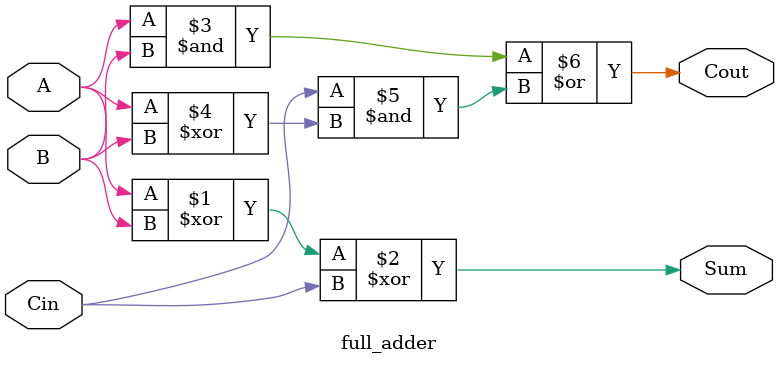
<source format=v>
module full_adder (
    input  wire A,
    input  wire B,
    input  wire Cin,
    output wire Sum,
    output wire Cout
);
    assign Sum = A ^ B ^ Cin;
    assign Cout = (A & B) | (Cin & (A ^ B));
endmodule

</source>
